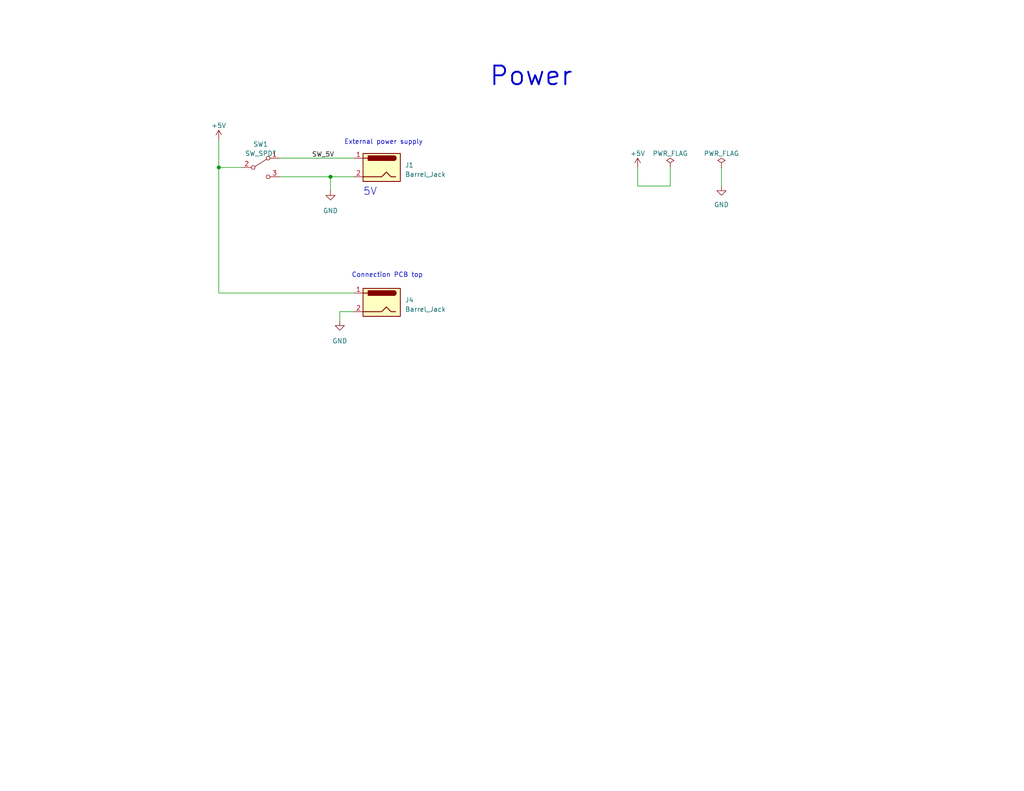
<source format=kicad_sch>
(kicad_sch (version 20250114) (generator "eeschema") (generator_version "9.0")
  (paper "USLetter")
  (title_block (title "Arena 12-12 Teensy Modular LED Display") (date "2024-12-23") (rev "v10.3") (company "IORodeo for Reiserlab @ Janelia"))
  (lib_symbols
    (symbol "Connector:Barrel_Jack" (pin_names (offset 1.016))
      (property "Reference" "J" (at 0 5.334 0))
      (property "Value" "Barrel_Jack" (at 0 -5.08 0))
      (symbol "Barrel_Jack_0_1"
        (rectangle (start -5.08 3.81) (end 5.08 -3.81) (stroke (width 0.254)) (fill (type background)))
        (polyline (pts (xy -3.81 -2.54) (xy -2.54 -2.54) (xy -1.27 -1.27) (xy 0 -2.54) (xy 2.54 -2.54) (xy 5.08 -2.54)) (stroke (width 0.254)))
        (arc (start -3.302 1.905) (mid -3.9343 2.54) (end -3.302 3.175) (stroke (width 0.254)))
        (arc (start -3.302 1.905) (mid -3.9343 2.54) (end -3.302 3.175) (stroke (width 0.254)) (fill (type outline)))
        (rectangle (start 3.683 3.175) (end -3.302 1.905) (stroke (width 0.254)) (fill (type outline)))
        (polyline (pts (xy 5.08 2.54) (xy 3.81 2.54)) (stroke (width 0.254)))
      )
      (symbol "Barrel_Jack_1_1"
        (pin passive line (at 7.62 2.54 180) (length 2.54) (name "~") (number "1"))
        (pin passive line (at 7.62 -2.54 180) (length 2.54) (name "~") (number "2"))
      )
    )
    (symbol "Switch:SW_SPDT" (pin_names (offset 0) (hide yes))
      (property "Reference" "SW" (at 0 4.318 0))
      (property "Value" "SW_SPDT" (at 0 -5.08 0))
      (symbol "SW_SPDT_0_0"
        (circle (center -2.032 0) (radius 0.508))
        (circle (center 2.032 -2.54) (radius 0.508))
      )
      (symbol "SW_SPDT_0_1"
        (polyline (pts (xy -1.524 0.254) (xy 1.651 2.286)))
        (circle (center 2.032 2.54) (radius 0.508))
      )
      (symbol "SW_SPDT_1_1"
        (pin passive line (at -5.08 0 0) (length 2.54) (name "B") (number "2"))
        (pin passive line (at 5.08 2.54 180) (length 2.54) (name "A") (number "1"))
        (pin passive line (at 5.08 -2.54 180) (length 2.54) (name "C") (number "3"))
      )
    )
    (symbol "power:+5V" (power) (pin_names (offset 0))
      (property "Value" "+5V" (at 0 3.556 0))
      (symbol "+5V_0_1"
        (polyline (pts (xy -0.762 1.27) (xy 0 2.54)))
        (polyline (pts (xy 0 2.54) (xy 0.762 1.27)))
        (polyline (pts (xy 0 0) (xy 0 2.54)))
      )
      (symbol "+5V_1_1"
        (pin power_in line (at 0 0 90) (length 0) (hide yes) (name "+5V") (number "1"))
      )
    )
    (symbol "power:GND" (power) (pin_names (offset 0))
      (property "Value" "GND" (at 0 -3.81 0))
      (symbol "GND_0_1"
        (polyline (pts (xy 0 0) (xy 0 -1.27) (xy 1.27 -1.27) (xy 0 -2.54) (xy -1.27 -1.27) (xy 0 -1.27)))
      )
      (symbol "GND_1_1"
        (pin power_in line (at 0 0 270) (length 0) (hide yes) (name "GND") (number "1"))
      )
    )
    (symbol "power:PWR_FLAG" (power) (pin_numbers (hide yes)) (pin_names (offset 0) (hide yes))
      (property "Value" "PWR_FLAG" (at 0 3.81 0))
      (symbol "PWR_FLAG_0_0"
        (pin power_out line (at 0 0 90) (length 0) (name "pwr") (number "1"))
      )
      (symbol "PWR_FLAG_0_1"
        (polyline (pts (xy 0 0) (xy 0 1.27) (xy -1.016 1.905) (xy 0 2.54) (xy 1.016 1.905) (xy 0 1.27)))
      )
    )
  )
  (text "Connection PCB top" (at 105.664 75.184 0) (effects (font (size 1.27 1.27))))
  (text "5V" (at 99.06 53.594 0) (effects (font (size 2.032 2.032)) (justify left bottom)))
  (text "External power supply" (at 104.648 38.862 0) (effects (font (size 1.27 1.27))))
  (text "Power" (at 133.35 23.876 0) (effects (font (size 5.08 5.08) (thickness 0.508) (bold yes)) (justify left bottom)))
  (junction (at 90.17 48.26))
  (junction (at 59.69 45.72))
  (wire (pts (xy 66.04 45.72) (xy 59.69 45.72)))
  (wire (pts (xy 173.99 45.72) (xy 173.99 50.8)))
  (wire (pts (xy 96.52 85.09) (xy 92.71 85.09)))
  (wire (pts (xy 196.85 45.72) (xy 196.85 50.8)))
  (wire (pts (xy 59.69 45.72) (xy 59.69 80.01)))
  (wire (pts (xy 182.88 45.72) (xy 182.88 50.8)))
  (wire (pts (xy 182.88 50.8) (xy 173.99 50.8)))
  (wire (pts (xy 90.17 48.26) (xy 90.17 52.07)))
  (wire (pts (xy 76.2 48.26) (xy 90.17 48.26)))
  (wire (pts (xy 76.2 43.18) (xy 96.52 43.18)))
  (wire (pts (xy 59.69 38.1) (xy 59.69 45.72)))
  (wire (pts (xy 59.69 80.01) (xy 96.52 80.01)))
  (wire (pts (xy 90.17 48.26) (xy 96.52 48.26)))
  (wire (pts (xy 92.71 85.09) (xy 92.71 87.63)))
  (label "SW_5V" (at 85.09 43.18 0))
  (symbol (lib_id "power:+5V") (at 173.99 45.72 0) (unit 1)
    (property "Reference" "#PWR074" (effects (hide yes)))
    (property "Value" "+5V" (at 173.99 41.91 0))
  )
  (symbol (lib_id "power:+5V") (at 59.69 38.1 0) (unit 1)
    (property "Reference" "#PWR04" (effects (hide yes)))
    (property "Value" "+5V" (at 59.69 34.29 0))
  )
  (symbol (lib_id "Connector:Barrel_Jack") (at 104.14 45.72 0) (mirror y) (unit 1)
    (property "Reference" "J1" (at 110.49 45.085 0) (effects (justify right)))
    (property "Value" "Barrel_Jack" (at 110.49 47.625 0) (effects (justify right)))
    (property "Footprint" "arena_custom:DCJACK_2PIN_HIGHCURRENT" (effects (hide yes)))
    (property "Datasheet" "https://datasheet.octopart.com/PJ-063AH-Same-Sky-datasheet-181917378.pdf" (effects (hide yes)))
    (property "DigiKey PN" "CP-063AH-ND" (effects (hide yes)))
    (property "MPN" "PJ-063AH" (effects (hide yes)))
    (property "LCSC Part #" "C2928097" (effects (hide yes)))
  )
  (symbol (lib_id "Switch:SW_SPDT") (at 71.12 45.72 0) (unit 1)
    (property "Reference" "SW1" (at 71.12 39.37 0))
    (property "Value" "SW_SPDT" (at 71.12 41.91 0))
    (property "Footprint" "arena_custom:slide_switch" (effects (hide yes)))
    (property "Datasheet" "https://datasheet.octopart.com/L102021ML04Q-C%26K-Components-datasheet-62111167.pdf" (effects (hide yes)))
    (property "DigiKey PN" "CKC5102-ND" (effects (hide yes)))
    (property "MPN" "L102021ML04Q" (effects (hide yes)))
    (property "LCSC Part #" "C2798743" (effects (hide yes)))
  )
  (symbol (lib_id "power:GND") (at 90.17 52.07 0) (unit 1)
    (property "Reference" "#PWR077" (effects (hide yes)))
    (property "Value" "GND" (at 90.17 57.531 0))
  )
  (symbol (lib_id "power:PWR_FLAG") (at 196.85 45.72 0) (unit 1)
    (property "Reference" "#FLG03" (effects (hide yes)))
    (property "Value" "PWR_FLAG" (at 196.85 41.91 0))
  )
  (symbol (lib_id "power:PWR_FLAG") (at 182.88 45.72 0) (unit 1)
    (property "Reference" "#FLG01" (effects (hide yes)))
    (property "Value" "PWR_FLAG" (at 182.88 41.91 0))
  )
  (symbol (lib_id "power:GND") (at 92.71 87.63 0) (unit 1)
    (property "Reference" "#PWR0561" (effects (hide yes)))
    (property "Value" "GND" (at 92.71 93.091 0))
  )
  (symbol (lib_id "power:GND") (at 196.85 50.8 0) (unit 1)
    (property "Reference" "#PWR013" (effects (hide yes)))
    (property "Value" "GND" (at 196.85 55.88 0))
  )
  (symbol (lib_id "Connector:Barrel_Jack") (at 104.14 82.55 0) (mirror y) (unit 1)
    (property "Reference" "J4" (at 110.49 81.915 0) (effects (justify right)))
    (property "Value" "Barrel_Jack" (at 110.49 84.455 0) (effects (justify right)))
    (property "Footprint" "arena_custom:DCJACK_2PIN_HIGHCURRENT" (effects (hide yes)))
    (property "Datasheet" "https://datasheet.octopart.com/PJ-063AH-Same-Sky-datasheet-181917378.pdf" (effects (hide yes)))
    (property "DigiKey PN" "CP-063AH-ND" (effects (hide yes)))
    (property "MPN" "PJ-063AH" (effects (hide yes)))
    (property "LCSC Part #" "C2928097" (effects (hide yes)))
  )
)
</source>
